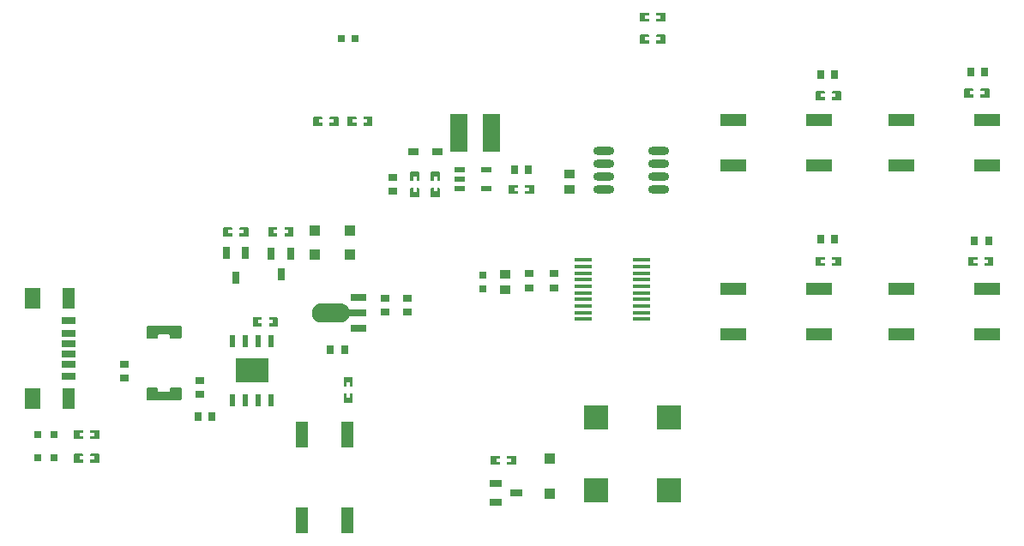
<source format=gtp>
G04 Layer: TopPasteMaskLayer*
G04 EasyEDA Pro v2.1.33.40dfc3d9.d6468c, 2023-10-26 17:41:14*
G04 Gerber Generator version 0.3*
G04 Scale: 100 percent, Rotated: No, Reflected: No*
G04 Dimensions in millimeters*
G04 Leading zeros omitted, absolute positions, 3 integers and 3 decimals*
%FSLAX33Y33*%
%MOMM*%
%ADD10O,1.742X0.364*%
%ADD11R,0.9X0.8*%
%ADD12R,0.7X1.25*%
%ADD13R,0.7X1.25*%
%ADD14R,1.2X2.5*%
%ADD15R,1.5770X0.672*%
%ADD16R,1.575X0.672*%
%ADD17R,1.0X0.6*%
%ADD18R,1.803X3.703*%
%ADD19R,0.8X0.9*%
%ADD20R,0.762X0.762*%
%ADD21R,0.98X0.93*%
%ADD22O,2.068X0.833*%
%ADD23R,0.98X0.93*%
%ADD24R,0.762X0.762*%
%ADD25R,2.5X1.2*%
%ADD26R,0.8X0.9*%
%ADD27R,1.4X0.8*%
%ADD28R,1.2X2.1*%
%ADD29R,1.6X2.1*%
%ADD30R,2.4X2.4*%
%ADD31R,1.25X0.7*%
%ADD32R,1.0X0.75*%
%ADD33R,0.6X1.2*%
%ADD34R,3.3X2.4*%
%ADD35R,1.1X1.0*%
%ADD36R,1.0X1.1*%
%ADD37R,0.8X0.8*%
%ADD38R,0.9X0.8*%
G75*


G04 PolygonModel Start*
G36*
G01X19989Y-28898D02*
G01X20789Y-28898D01*
G01X20839Y-28848D01*
G01Y-28620D01*
G01X20469D01*
G01Y-28290D01*
G01X20839D01*
G01Y-28048D01*
G01X20789Y-27998D01*
G01X19989D01*
G01X19939Y-28048D01*
G01Y-28848D01*
G01X19989Y-28898D01*
G37*
G36*
G01X21539Y-28848D02*
G01X21539Y-28620D01*
G01X21919D01*
G01Y-28290D01*
G01X21539D01*
G01Y-28048D01*
G01X21589Y-27998D01*
G01X22379D01*
G01X22429Y-28048D01*
G01Y-28848D01*
G01X22379Y-28898D01*
G01X21589D01*
G01X21539Y-28848D01*
G37*
G36*
G01X26845Y-27998D02*
G01X26045Y-27998D01*
G01X25995Y-28048D01*
G01Y-28276D01*
G01X26365D01*
G01Y-28606D01*
G01X25995D01*
G01Y-28848D01*
G01X26045Y-28898D01*
G01X26845D01*
G01X26895Y-28848D01*
G01Y-28048D01*
G01X26845Y-27998D01*
G37*
G36*
G01X25295Y-28048D02*
G01X25295Y-28276D01*
G01X24915D01*
G01Y-28606D01*
G01X25295D01*
G01Y-28848D01*
G01X25245Y-28898D01*
G01X24455D01*
G01X24405Y-28848D01*
G01Y-28048D01*
G01X24455Y-27998D01*
G01X25245D01*
G01X25295Y-28048D01*
G37*
G36*
G01X31832Y-42874D02*
G01X31832Y-43674D01*
G01X31882Y-43724D01*
G01X32110D01*
G01Y-43354D01*
G01X32440D01*
G01Y-43724D01*
G01X32682D01*
G01X32732Y-43674D01*
G01Y-42874D01*
G01X32682Y-42824D01*
G01X31882D01*
G01X31832Y-42874D01*
G37*
G36*
G01X31882Y-44424D02*
G01X32110Y-44424D01*
G01Y-44804D01*
G01X32440D01*
G01Y-44424D01*
G01X32682D01*
G01X32732Y-44474D01*
G01Y-45264D01*
G01X32682Y-45314D01*
G01X31882D01*
G01X31832Y-45264D01*
G01Y-44474D01*
G01X31882Y-44424D01*
G37*
G36*
G01X48208Y-24707D02*
G01X49008Y-24707D01*
G01X49058Y-24657D01*
G01Y-24429D01*
G01X48688D01*
G01Y-24099D01*
G01X49058D01*
G01Y-23857D01*
G01X49008Y-23807D01*
G01X48208D01*
G01X48158Y-23857D01*
G01Y-24657D01*
G01X48208Y-24707D01*
G37*
G36*
G01X49758Y-24657D02*
G01X49758Y-24429D01*
G01X50138D01*
G01Y-24099D01*
G01X49758D01*
G01Y-23857D01*
G01X49808Y-23807D01*
G01X50598D01*
G01X50648Y-23857D01*
G01Y-24657D01*
G01X50598Y-24707D01*
G01X49808D01*
G01X49758Y-24657D01*
G37*
G36*
G01X38412Y-22554D02*
G01X38412Y-23354D01*
G01X38462Y-23404D01*
G01X38690D01*
G01Y-23034D01*
G01X39020D01*
G01Y-23404D01*
G01X39262D01*
G01X39312Y-23354D01*
G01Y-22554D01*
G01X39262Y-22504D01*
G01X38462D01*
G01X38412Y-22554D01*
G37*
G36*
G01X38462Y-24104D02*
G01X38690Y-24104D01*
G01Y-24484D01*
G01X39020D01*
G01Y-24104D01*
G01X39262D01*
G01X39312Y-24154D01*
G01Y-24944D01*
G01X39262Y-24994D01*
G01X38462D01*
G01X38412Y-24944D01*
G01Y-24154D01*
G01X38462Y-24104D01*
G37*
G36*
G01X41344Y-24944D02*
G01X41344Y-24144D01*
G01X41294Y-24094D01*
G01X41066D01*
G01Y-24464D01*
G01X40736D01*
G01Y-24094D01*
G01X40494D01*
G01X40444Y-24144D01*
G01Y-24944D01*
G01X40494Y-24994D01*
G01X41294D01*
G01X41344Y-24944D01*
G37*
G36*
G01X41294Y-23394D02*
G01X41066Y-23394D01*
G01Y-23014D01*
G01X40736D01*
G01Y-23394D01*
G01X40494D01*
G01X40444Y-23344D01*
G01Y-22554D01*
G01X40494Y-22504D01*
G01X41294D01*
G01X41344Y-22554D01*
G01Y-23344D01*
G01X41294Y-23394D01*
G37*
G36*
G01X63552Y-8948D02*
G01X62752Y-8948D01*
G01X62702Y-8998D01*
G01Y-9226D01*
G01X63072D01*
G01Y-9556D01*
G01X62702D01*
G01Y-9798D01*
G01X62752Y-9848D01*
G01X63552D01*
G01X63602Y-9798D01*
G01Y-8998D01*
G01X63552Y-8948D01*
G37*
G36*
G01X62002Y-8998D02*
G01X62002Y-9226D01*
G01X61622D01*
G01Y-9556D01*
G01X62002D01*
G01Y-9798D01*
G01X61952Y-9848D01*
G01X61162D01*
G01X61112Y-9798D01*
G01Y-8998D01*
G01X61162Y-8948D01*
G01X61952D01*
G01X62002Y-8998D01*
G37*
G36*
G01X63552Y-6789D02*
G01X62752Y-6789D01*
G01X62702Y-6839D01*
G01Y-7067D01*
G01X63072D01*
G01Y-7397D01*
G01X62702D01*
G01Y-7639D01*
G01X62752Y-7689D01*
G01X63552D01*
G01X63602Y-7639D01*
G01Y-6839D01*
G01X63552Y-6789D01*
G37*
G36*
G01X62002Y-6839D02*
G01X62002Y-7067D01*
G01X61622D01*
G01Y-7397D01*
G01X62002D01*
G01Y-7639D01*
G01X61952Y-7689D01*
G01X61162D01*
G01X61112Y-7639D01*
G01Y-6839D01*
G01X61162Y-6789D01*
G01X61952D01*
G01X62002Y-6839D01*
G37*
G36*
G01X93547Y-31819D02*
G01X94347Y-31819D01*
G01X94397Y-31769D01*
G01Y-31541D01*
G01X94027D01*
G01Y-31211D01*
G01X94397D01*
G01Y-30969D01*
G01X94347Y-30919D01*
G01X93547D01*
G01X93497Y-30969D01*
G01Y-31769D01*
G01X93547Y-31819D01*
G37*
G36*
G01X95097Y-31769D02*
G01X95097Y-31541D01*
G01X95477D01*
G01Y-31211D01*
G01X95097D01*
G01Y-30969D01*
G01X95147Y-30919D01*
G01X95937D01*
G01X95987Y-30969D01*
G01Y-31769D01*
G01X95937Y-31819D01*
G01X95147D01*
G01X95097Y-31769D01*
G37*
G36*
G01X80887Y-14536D02*
G01X80087Y-14536D01*
G01X80037Y-14586D01*
G01Y-14814D01*
G01X80407D01*
G01Y-15144D01*
G01X80037D01*
G01Y-15386D01*
G01X80087Y-15436D01*
G01X80887D01*
G01X80937Y-15386D01*
G01Y-14586D01*
G01X80887Y-14536D01*
G37*
G36*
G01X79337Y-14586D02*
G01X79337Y-14814D01*
G01X78958D01*
G01Y-15144D01*
G01X79337D01*
G01Y-15386D01*
G01X79287Y-15436D01*
G01X78498D01*
G01X78447Y-15386D01*
G01Y-14586D01*
G01X78498Y-14536D01*
G01X79287D01*
G01X79337Y-14586D01*
G37*
G36*
G01X80887Y-30919D02*
G01X80087Y-30919D01*
G01X80037Y-30969D01*
G01Y-31197D01*
G01X80407D01*
G01Y-31527D01*
G01X80037D01*
G01Y-31769D01*
G01X80087Y-31819D01*
G01X80887D01*
G01X80937Y-31769D01*
G01Y-30969D01*
G01X80887Y-30919D01*
G37*
G36*
G01X79337Y-30969D02*
G01X79337Y-31197D01*
G01X78958D01*
G01Y-31527D01*
G01X79337D01*
G01Y-31769D01*
G01X79287Y-31819D01*
G01X78498D01*
G01X78447Y-31769D01*
G01Y-30969D01*
G01X78498Y-30919D01*
G01X79287D01*
G01X79337Y-30969D01*
G37*
G36*
G01X93166Y-15182D02*
G01X93966Y-15182D01*
G01X94016Y-15132D01*
G01Y-14904D01*
G01X93646D01*
G01Y-14574D01*
G01X94016D01*
G01Y-14332D01*
G01X93966Y-14282D01*
G01X93166D01*
G01X93116Y-14332D01*
G01Y-15132D01*
G01X93166Y-15182D01*
G37*
G36*
G01X94716Y-15132D02*
G01X94716Y-14904D01*
G01X95096D01*
G01Y-14574D01*
G01X94716D01*
G01Y-14332D01*
G01X94766Y-14282D01*
G01X95556D01*
G01X95606Y-14332D01*
G01Y-15132D01*
G01X95556Y-15182D01*
G01X94766D01*
G01X94716Y-15132D01*
G37*
G36*
G01X5282Y-48922D02*
G01X6082Y-48922D01*
G01X6132Y-48872D01*
G01Y-48644D01*
G01X5762D01*
G01Y-48314D01*
G01X6132D01*
G01Y-48072D01*
G01X6082Y-48022D01*
G01X5282D01*
G01X5232Y-48072D01*
G01Y-48872D01*
G01X5282Y-48922D01*
G37*
G36*
G01X6832Y-48872D02*
G01X6832Y-48644D01*
G01X7212D01*
G01Y-48314D01*
G01X6832D01*
G01Y-48072D01*
G01X6882Y-48022D01*
G01X7672D01*
G01X7722Y-48072D01*
G01Y-48872D01*
G01X7672Y-48922D01*
G01X6882D01*
G01X6832Y-48872D01*
G37*
G36*
G01X28904Y-17976D02*
G01X29704Y-17976D01*
G01X29754Y-17926D01*
G01Y-17698D01*
G01X29384D01*
G01Y-17368D01*
G01X29754D01*
G01Y-17126D01*
G01X29704Y-17076D01*
G01X28904D01*
G01X28854Y-17126D01*
G01Y-17926D01*
G01X28904Y-17976D01*
G37*
G36*
G01X30454Y-17926D02*
G01X30454Y-17698D01*
G01X30834D01*
G01Y-17368D01*
G01X30454D01*
G01Y-17126D01*
G01X30504Y-17076D01*
G01X31294D01*
G01X31344Y-17126D01*
G01Y-17926D01*
G01X31294Y-17976D01*
G01X30504D01*
G01X30454Y-17926D01*
G37*
G36*
G01X32244Y-17976D02*
G01X33044Y-17976D01*
G01X33094Y-17926D01*
G01Y-17698D01*
G01X32724D01*
G01Y-17368D01*
G01X33094D01*
G01Y-17126D01*
G01X33044Y-17076D01*
G01X32244D01*
G01X32194Y-17126D01*
G01Y-17926D01*
G01X32244Y-17976D01*
G37*
G36*
G01X33794Y-17926D02*
G01X33794Y-17698D01*
G01X34174D01*
G01Y-17368D01*
G01X33794D01*
G01Y-17126D01*
G01X33844Y-17076D01*
G01X34634D01*
G01X34684Y-17126D01*
G01Y-17926D01*
G01X34634Y-17976D01*
G01X33844D01*
G01X33794Y-17926D01*
G37*
G36*
G01X46430Y-51480D02*
G01X47230Y-51480D01*
G01X47280Y-51430D01*
G01Y-51202D01*
G01X46910D01*
G01Y-50872D01*
G01X47280D01*
G01Y-50630D01*
G01X47230Y-50580D01*
G01X46430D01*
G01X46380Y-50630D01*
G01Y-51430D01*
G01X46430Y-51480D01*
G37*
G36*
G01X47980Y-51430D02*
G01X47980Y-51202D01*
G01X48360D01*
G01Y-50872D01*
G01X47980D01*
G01Y-50630D01*
G01X48030Y-50580D01*
G01X48820D01*
G01X48870Y-50630D01*
G01Y-51430D01*
G01X48820Y-51480D01*
G01X48030D01*
G01X47980Y-51430D01*
G37*
G36*
G01X15725Y-38977D02*
G01X14785Y-38977D01*
G01X14685Y-38877D01*
G01Y-38641D01*
G01X14585Y-38541D01*
G01X13609D01*
G01X13509Y-38641D01*
G01Y-38877D01*
G01X13409Y-38977D01*
G01X12469D01*
G01X12369Y-38877D01*
G01Y-37794D01*
G01X12469Y-37694D01*
G01X15725D01*
G01X15825Y-37794D01*
G01Y-38877D01*
G01X15725Y-38977D01*
G37*
G36*
G01X15725Y-43827D02*
G01X14785Y-43827D01*
G01X14685Y-43927D01*
G01Y-44163D01*
G01X14585Y-44263D01*
G01X13609D01*
G01X13509Y-44163D01*
G01Y-43927D01*
G01X13409Y-43827D01*
G01X12469D01*
G01X12369Y-43927D01*
G01Y-45010D01*
G01X12469Y-45110D01*
G01X15725D01*
G01X15825Y-45010D01*
G01Y-43927D01*
G01X15725Y-43827D01*
G37*
G36*
G01X5282Y-51250D02*
G01X6082Y-51250D01*
G01X6132Y-51200D01*
G01Y-50972D01*
G01X5762D01*
G01Y-50642D01*
G01X6132D01*
G01Y-50400D01*
G01X6082Y-50350D01*
G01X5282D01*
G01X5232Y-50400D01*
G01Y-51200D01*
G01X5282Y-51250D01*
G37*
G36*
G01X6832Y-51200D02*
G01X6832Y-50972D01*
G01X7212D01*
G01Y-50642D01*
G01X6832D01*
G01Y-50400D01*
G01X6882Y-50350D01*
G01X7672D01*
G01X7722Y-50400D01*
G01Y-51200D01*
G01X7672Y-51250D01*
G01X6882D01*
G01X6832Y-51200D01*
G37*
G36*
G01X22911Y-37788D02*
G01X23711Y-37788D01*
G01X23761Y-37738D01*
G01Y-37510D01*
G01X23391D01*
G01Y-37180D01*
G01X23761D01*
G01Y-36938D01*
G01X23711Y-36888D01*
G01X22911D01*
G01X22861Y-36938D01*
G01Y-37738D01*
G01X22911Y-37788D01*
G37*
G36*
G01X24461Y-37738D02*
G01X24461Y-37510D01*
G01X24841D01*
G01Y-37180D01*
G01X24461D01*
G01Y-36938D01*
G01X24511Y-36888D01*
G01X25301D01*
G01X25351Y-36938D01*
G01Y-37738D01*
G01X25301Y-37788D01*
G01X24511D01*
G01X24461Y-37738D01*
G37*
G04 PolygonModel End*

G04 Pad Start*
G54D10*
G01X55522Y-31229D03*
G01X55522Y-31879D03*
G01X55522Y-32529D03*
G01X55522Y-33179D03*
G01X55522Y-33830D03*
G01X55522Y-34480D03*
G01X55522Y-35130D03*
G01X55522Y-35779D03*
G01X55522Y-36429D03*
G01X55522Y-37079D03*
G01X61264Y-31229D03*
G01X61264Y-31879D03*
G01X61264Y-32529D03*
G01X61264Y-33179D03*
G01X61264Y-33830D03*
G01X61264Y-34480D03*
G01X61264Y-35130D03*
G01X61264Y-35779D03*
G01X61264Y-36429D03*
G01X61264Y-37079D03*
G54D11*
G01X52578Y-32574D03*
G01X52578Y-33974D03*
G01X50165Y-32574D03*
G01X50165Y-33974D03*
G54D12*
G01X21209Y-33000D03*
G01X20259Y-30500D03*
G01X22159Y-30500D03*
G54D13*
G01X26604Y-30623D03*
G01X24704Y-30623D03*
G01X25654Y-32623D03*
G54D14*
G01X27722Y-56955D03*
G01X27722Y-48455D03*
G01X32222Y-56955D03*
G01X32222Y-48455D03*
G54D16*
G01X33288Y-37969D03*
G01X33288Y-34969D03*
G36*
G01X29648Y-35519D02*
G01X31502Y-35519D01*
G01X31547Y-35520D01*
G01X31591Y-35523D01*
G01X31636Y-35528D01*
G01X31680Y-35536D01*
G01X31723Y-35545D01*
G01X31766Y-35556D01*
G01X31809Y-35570D01*
G01X31850Y-35585D01*
G01X31892Y-35602D01*
G01X31932Y-35621D01*
G01X31971Y-35643D01*
G01X32009Y-35665D01*
G01X32046Y-35690D01*
G01X32082Y-35716D01*
G01X32117Y-35744D01*
G01X32150Y-35774D01*
G01X32182Y-35805D01*
G01X32212Y-35838D01*
G01X32241Y-35872D01*
G01X32268Y-35907D01*
G01X32294Y-35943D01*
G01X32318Y-35981D01*
G01X32340Y-36020D01*
G01X32360Y-36060D01*
G01X32378Y-36139D01*
G01X34075D01*
G01Y-36799D01*
G01X32378D01*
G01X32360Y-36878D01*
G01X32340Y-36918D01*
G01X32318Y-36957D01*
G01X32294Y-36994D01*
G01X32268Y-37031D01*
G01X32241Y-37066D01*
G01X32212Y-37100D01*
G01X32182Y-37133D01*
G01X32150Y-37164D01*
G01X32117Y-37194D01*
G01X32082Y-37222D01*
G01X32046Y-37248D01*
G01X32009Y-37272D01*
G01X31971Y-37295D01*
G01X31932Y-37316D01*
G01X31892Y-37336D01*
G01X31850Y-37353D01*
G01X31809Y-37368D01*
G01X31766Y-37382D01*
G01X31723Y-37393D01*
G01X31680Y-37402D01*
G01X31636Y-37410D01*
G01X31591Y-37415D01*
G01X31547Y-37418D01*
G01X31502Y-37419D01*
G01X29648D01*
G01X29604Y-37418D01*
G01X29559Y-37415D01*
G01X29515Y-37410D01*
G01X29471Y-37402D01*
G01X29428Y-37393D01*
G01X29384Y-37382D01*
G01X29342Y-37368D01*
G01X29300Y-37353D01*
G01X29259Y-37336D01*
G01X29219Y-37316D01*
G01X29180Y-37295D01*
G01X29141Y-37272D01*
G01X29104Y-37248D01*
G01X29068Y-37222D01*
G01X29034Y-37194D01*
G01X29001Y-37164D01*
G01X28969Y-37133D01*
G01X28938Y-37100D01*
G01X28909Y-37066D01*
G01X28882Y-37031D01*
G01X28857Y-36994D01*
G01X28833Y-36957D01*
G01X28811Y-36918D01*
G01X28791Y-36878D01*
G01X28773Y-36838D01*
G01X28756Y-36796D01*
G01X28742Y-36754D01*
G01X28730Y-36711D01*
G01X28719Y-36668D01*
G01X28711Y-36624D01*
G01X28705Y-36580D01*
G01X28701Y-36536D01*
G01X28699Y-36491D01*
G01Y-36447D01*
G01X28701Y-36402D01*
G01X28705Y-36358D01*
G01X28711Y-36314D01*
G01X28719Y-36270D01*
G01X28730Y-36227D01*
G01X28742Y-36184D01*
G01X28756Y-36142D01*
G01X28773Y-36100D01*
G01X28791Y-36060D01*
G01X28811Y-36020D01*
G01X28833Y-35981D01*
G01X28857Y-35943D01*
G01X28882Y-35907D01*
G01X28909Y-35872D01*
G01X28938Y-35838D01*
G01X28969Y-35805D01*
G01X29001Y-35774D01*
G01X29034Y-35744D01*
G01X29068Y-35716D01*
G01X29104Y-35690D01*
G01X29141Y-35665D01*
G01X29180Y-35643D01*
G01X29219Y-35621D01*
G01X29259Y-35602D01*
G01X29300Y-35585D01*
G01X29342Y-35570D01*
G01X29384Y-35556D01*
G01X29428Y-35545D01*
G01X29471Y-35536D01*
G01X29515Y-35528D01*
G01X29559Y-35523D01*
G01X29604Y-35520D01*
G01X29648Y-35519D01*
G37*
G54D11*
G01X35941Y-34987D03*
G01X35941Y-36387D03*
G54D17*
G01X43277Y-22291D03*
G01X43277Y-23241D03*
G01X43277Y-24191D03*
G01X45877Y-24191D03*
G01X45877Y-22291D03*
G54D18*
G01X46399Y-18706D03*
G01X43198Y-18706D03*
G54D19*
G01X50103Y-22352D03*
G01X48703Y-22352D03*
G54D11*
G01X36703Y-23049D03*
G01X36703Y-24449D03*
G54D20*
G01X45593Y-34087D03*
G01X45595Y-32702D03*
G54D21*
G01X47752Y-32631D03*
G01X47752Y-34171D03*
G54D22*
G01X62903Y-24254D03*
G01X62903Y-22984D03*
G01X62903Y-21714D03*
G01X62903Y-20444D03*
G01X57538Y-24254D03*
G01X57538Y-22984D03*
G01X57538Y-21714D03*
G01X57538Y-20444D03*
G54D23*
G01X54125Y-24265D03*
G01X54125Y-22725D03*
G54D24*
G01X31572Y-9398D03*
G01X32957Y-9400D03*
G54D25*
G01X86898Y-34072D03*
G01X95398Y-34072D03*
G01X86898Y-38572D03*
G01X95398Y-38572D03*
G01X70261Y-17421D03*
G01X78761Y-17421D03*
G01X70261Y-21921D03*
G01X78761Y-21921D03*
G01X70261Y-34072D03*
G01X78761Y-34072D03*
G01X70261Y-38572D03*
G01X78761Y-38572D03*
G01X86898Y-17421D03*
G01X95398Y-17421D03*
G01X86898Y-21921D03*
G01X95398Y-21921D03*
G54D19*
G01X95513Y-29337D03*
G01X94113Y-29337D03*
G54D26*
G01X78929Y-12954D03*
G01X80329Y-12954D03*
G01X78921Y-29210D03*
G01X80321Y-29210D03*
G54D19*
G01X95132Y-12700D03*
G01X93732Y-12700D03*
G54D27*
G01X4721Y-40505D03*
G01X4721Y-39505D03*
G01X4721Y-38485D03*
G01X4721Y-41525D03*
G01X4721Y-37255D03*
G01X4721Y-42755D03*
G54D28*
G01X4721Y-35060D03*
G01X4721Y-44950D03*
G54D29*
G01X1121Y-35060D03*
G01X1121Y-44950D03*
G54D30*
G01X56725Y-46819D03*
G01X56725Y-54019D03*
G01X63925Y-54019D03*
G01X63925Y-46819D03*
G54D31*
G01X46879Y-53279D03*
G01X46879Y-55179D03*
G01X48879Y-54229D03*
G54D32*
G01X41051Y-20574D03*
G01X38705Y-20574D03*
G54D33*
G01X24702Y-39263D03*
G01X23432Y-39263D03*
G01X22162Y-39263D03*
G01X20892Y-39263D03*
G01X20892Y-45079D03*
G01X22162Y-45079D03*
G01X23432Y-45079D03*
G01X24702Y-45079D03*
G54D34*
G01X22797Y-42171D03*
G54D35*
G01X32469Y-28321D03*
G01X28999Y-28321D03*
G01X32469Y-30716D03*
G01X28999Y-30716D03*
G54D36*
G01X52197Y-54313D03*
G01X52197Y-50843D03*
G54D37*
G01X3264Y-50790D03*
G01X1664Y-50795D03*
G01X3264Y-48504D03*
G01X1664Y-48509D03*
G54D38*
G01X17653Y-44515D03*
G01X17653Y-43115D03*
G54D19*
G01X18861Y-46736D03*
G01X17461Y-46736D03*
G54D11*
G01X10160Y-41525D03*
G01X10160Y-42925D03*
G01X38100Y-34987D03*
G01X38100Y-36387D03*
G54D26*
G01X30532Y-40132D03*
G01X31932Y-40132D03*
G04 Pad End*

M02*

</source>
